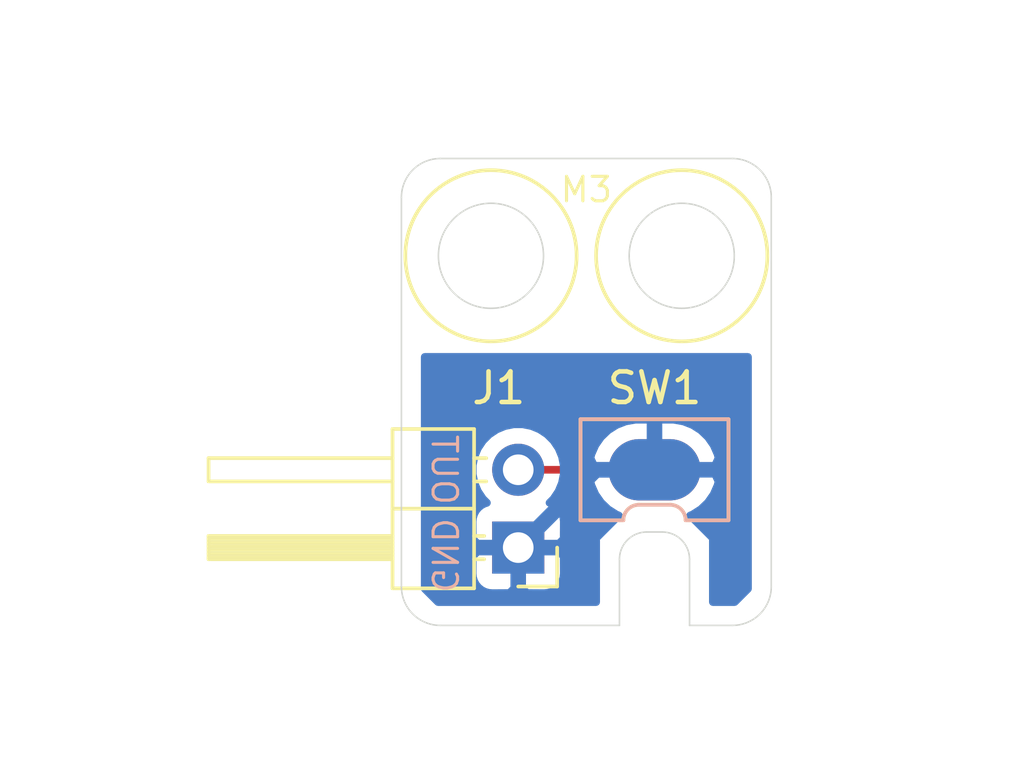
<source format=kicad_pcb>
(kicad_pcb (version 20171130) (host pcbnew "(5.1.9)-1")

  (general
    (thickness 1.6)
    (drawings 26)
    (tracks 3)
    (zones 0)
    (modules 2)
    (nets 3)
  )

  (page A4)
  (layers
    (0 F.Cu signal)
    (31 B.Cu signal)
    (32 B.Adhes user)
    (33 F.Adhes user)
    (34 B.Paste user)
    (35 F.Paste user)
    (36 B.SilkS user)
    (37 F.SilkS user)
    (38 B.Mask user)
    (39 F.Mask user)
    (40 Dwgs.User user)
    (41 Cmts.User user)
    (42 Eco1.User user)
    (43 Eco2.User user)
    (44 Edge.Cuts user)
    (45 Margin user)
    (46 B.CrtYd user)
    (47 F.CrtYd user)
    (48 B.Fab user)
    (49 F.Fab user)
  )

  (setup
    (last_trace_width 0.25)
    (trace_clearance 0.2)
    (zone_clearance 0.508)
    (zone_45_only no)
    (trace_min 0.2)
    (via_size 0.8)
    (via_drill 0.4)
    (via_min_size 0.5)
    (via_min_drill 0.3)
    (uvia_size 0.3)
    (uvia_drill 0.1)
    (uvias_allowed no)
    (uvia_min_size 0.2)
    (uvia_min_drill 0.1)
    (edge_width 0.05)
    (segment_width 0.2)
    (pcb_text_width 0.3)
    (pcb_text_size 1.5 1.5)
    (mod_edge_width 0.12)
    (mod_text_size 1 1)
    (mod_text_width 0.15)
    (pad_size 1.524 1.524)
    (pad_drill 0.762)
    (pad_to_mask_clearance 0)
    (aux_axis_origin 0 0)
    (grid_origin 158.115 97.79)
    (visible_elements 7FFFFFFF)
    (pcbplotparams
      (layerselection 0x010fc_ffffffff)
      (usegerberextensions false)
      (usegerberattributes true)
      (usegerberadvancedattributes true)
      (creategerberjobfile true)
      (excludeedgelayer true)
      (linewidth 0.100000)
      (plotframeref false)
      (viasonmask false)
      (mode 1)
      (useauxorigin false)
      (hpglpennumber 1)
      (hpglpenspeed 20)
      (hpglpendiameter 15.000000)
      (psnegative false)
      (psa4output false)
      (plotreference true)
      (plotvalue true)
      (plotinvisibletext false)
      (padsonsilk false)
      (subtractmaskfromsilk false)
      (outputformat 1)
      (mirror false)
      (drillshape 1)
      (scaleselection 1)
      (outputdirectory ""))
  )

  (net 0 "")
  (net 1 GND)
  (net 2 /OUT)

  (net_class Default "This is the default net class."
    (clearance 0.2)
    (trace_width 0.25)
    (via_dia 0.8)
    (via_drill 0.4)
    (uvia_dia 0.3)
    (uvia_drill 0.1)
    (add_net /OUT)
  )

  (net_class Power ""
    (clearance 0.4)
    (trace_width 0.5)
    (via_dia 1.6)
    (via_drill 0.8)
    (uvia_dia 0.3)
    (uvia_drill 0.1)
    (add_net GND)
  )

  (module Connector_PinHeader_2.54mm:PinHeader_1x02_P2.54mm_Horizontal (layer F.Cu) (tedit 59FED5CB) (tstamp 60011D89)
    (at 153.67 100.33 180)
    (descr "Through hole angled pin header, 1x02, 2.54mm pitch, 6mm pin length, single row")
    (tags "Through hole angled pin header THT 1x02 2.54mm single row")
    (path /6000D561)
    (fp_text reference J1 (at 0.635 5.207) (layer F.SilkS)
      (effects (font (size 1 1) (thickness 0.15)))
    )
    (fp_text value Conn_01x02_Male (at 4.826 -3.937) (layer F.Fab)
      (effects (font (size 1 1) (thickness 0.15)))
    )
    (fp_text user %R (at 2.77 1.27 90) (layer F.Fab)
      (effects (font (size 1 1) (thickness 0.15)))
    )
    (fp_line (start 2.135 -1.27) (end 4.04 -1.27) (layer F.Fab) (width 0.1))
    (fp_line (start 4.04 -1.27) (end 4.04 3.81) (layer F.Fab) (width 0.1))
    (fp_line (start 4.04 3.81) (end 1.5 3.81) (layer F.Fab) (width 0.1))
    (fp_line (start 1.5 3.81) (end 1.5 -0.635) (layer F.Fab) (width 0.1))
    (fp_line (start 1.5 -0.635) (end 2.135 -1.27) (layer F.Fab) (width 0.1))
    (fp_line (start -0.32 -0.32) (end 1.5 -0.32) (layer F.Fab) (width 0.1))
    (fp_line (start -0.32 -0.32) (end -0.32 0.32) (layer F.Fab) (width 0.1))
    (fp_line (start -0.32 0.32) (end 1.5 0.32) (layer F.Fab) (width 0.1))
    (fp_line (start 4.04 -0.32) (end 10.04 -0.32) (layer F.Fab) (width 0.1))
    (fp_line (start 10.04 -0.32) (end 10.04 0.32) (layer F.Fab) (width 0.1))
    (fp_line (start 4.04 0.32) (end 10.04 0.32) (layer F.Fab) (width 0.1))
    (fp_line (start -0.32 2.22) (end 1.5 2.22) (layer F.Fab) (width 0.1))
    (fp_line (start -0.32 2.22) (end -0.32 2.86) (layer F.Fab) (width 0.1))
    (fp_line (start -0.32 2.86) (end 1.5 2.86) (layer F.Fab) (width 0.1))
    (fp_line (start 4.04 2.22) (end 10.04 2.22) (layer F.Fab) (width 0.1))
    (fp_line (start 10.04 2.22) (end 10.04 2.86) (layer F.Fab) (width 0.1))
    (fp_line (start 4.04 2.86) (end 10.04 2.86) (layer F.Fab) (width 0.1))
    (fp_line (start 1.44 -1.33) (end 1.44 3.87) (layer F.SilkS) (width 0.12))
    (fp_line (start 1.44 3.87) (end 4.1 3.87) (layer F.SilkS) (width 0.12))
    (fp_line (start 4.1 3.87) (end 4.1 -1.33) (layer F.SilkS) (width 0.12))
    (fp_line (start 4.1 -1.33) (end 1.44 -1.33) (layer F.SilkS) (width 0.12))
    (fp_line (start 4.1 -0.38) (end 10.1 -0.38) (layer F.SilkS) (width 0.12))
    (fp_line (start 10.1 -0.38) (end 10.1 0.38) (layer F.SilkS) (width 0.12))
    (fp_line (start 10.1 0.38) (end 4.1 0.38) (layer F.SilkS) (width 0.12))
    (fp_line (start 4.1 -0.32) (end 10.1 -0.32) (layer F.SilkS) (width 0.12))
    (fp_line (start 4.1 -0.2) (end 10.1 -0.2) (layer F.SilkS) (width 0.12))
    (fp_line (start 4.1 -0.08) (end 10.1 -0.08) (layer F.SilkS) (width 0.12))
    (fp_line (start 4.1 0.04) (end 10.1 0.04) (layer F.SilkS) (width 0.12))
    (fp_line (start 4.1 0.16) (end 10.1 0.16) (layer F.SilkS) (width 0.12))
    (fp_line (start 4.1 0.28) (end 10.1 0.28) (layer F.SilkS) (width 0.12))
    (fp_line (start 1.11 -0.38) (end 1.44 -0.38) (layer F.SilkS) (width 0.12))
    (fp_line (start 1.11 0.38) (end 1.44 0.38) (layer F.SilkS) (width 0.12))
    (fp_line (start 1.44 1.27) (end 4.1 1.27) (layer F.SilkS) (width 0.12))
    (fp_line (start 4.1 2.16) (end 10.1 2.16) (layer F.SilkS) (width 0.12))
    (fp_line (start 10.1 2.16) (end 10.1 2.92) (layer F.SilkS) (width 0.12))
    (fp_line (start 10.1 2.92) (end 4.1 2.92) (layer F.SilkS) (width 0.12))
    (fp_line (start 1.042929 2.16) (end 1.44 2.16) (layer F.SilkS) (width 0.12))
    (fp_line (start 1.042929 2.92) (end 1.44 2.92) (layer F.SilkS) (width 0.12))
    (fp_line (start -1.27 0) (end -1.27 -1.27) (layer F.SilkS) (width 0.12))
    (fp_line (start -1.27 -1.27) (end 0 -1.27) (layer F.SilkS) (width 0.12))
    (fp_line (start -1.8 -1.8) (end -1.8 4.35) (layer F.CrtYd) (width 0.05))
    (fp_line (start -1.8 4.35) (end 10.55 4.35) (layer F.CrtYd) (width 0.05))
    (fp_line (start 10.55 4.35) (end 10.55 -1.8) (layer F.CrtYd) (width 0.05))
    (fp_line (start 10.55 -1.8) (end -1.8 -1.8) (layer F.CrtYd) (width 0.05))
    (pad 2 thru_hole oval (at 0 2.54 180) (size 1.7 1.7) (drill 1) (layers *.Cu *.Mask)
      (net 2 /OUT))
    (pad 1 thru_hole rect (at 0 0 180) (size 1.7 1.7) (drill 1) (layers *.Cu *.Mask)
      (net 1 GND))
    (model ${KISYS3DMOD}/Connector_PinHeader_2.54mm.3dshapes/PinHeader_1x02_P2.54mm_Horizontal.wrl
      (at (xyz 0 0 0))
      (scale (xyz 1 1 1))
      (rotate (xyz 0 0 0))
    )
  )

  (module reed_fix:Reed_SW_Vertical (layer F.Cu) (tedit 6002AF03) (tstamp 60011C9F)
    (at 158.115 97.79)
    (path /6000C32B)
    (fp_text reference SW1 (at 0 -2.667 180) (layer F.SilkS)
      (effects (font (size 1 1) (thickness 0.15)))
    )
    (fp_text value SW_Reed (at 4.826 0.762 90) (layer F.Fab)
      (effects (font (size 1 1) (thickness 0.15)))
    )
    (fp_arc (start 0.508 1.651) (end 1.016 1.651) (angle -90) (layer B.SilkS) (width 0.12))
    (fp_arc (start -0.508 1.651) (end -0.508 1.143) (angle -90) (layer B.SilkS) (width 0.12))
    (fp_arc (start 0.508 1.651) (end 1.016 1.651) (angle -90) (layer F.SilkS) (width 0.12))
    (fp_arc (start -0.508 1.651) (end -0.508 1.143) (angle -90) (layer F.SilkS) (width 0.12))
    (fp_line (start -0.508 1.143) (end 0.508 1.143) (layer F.SilkS) (width 0.12))
    (fp_line (start 2.413 1.651) (end 1.016 1.651) (layer B.SilkS) (width 0.12))
    (fp_line (start 1.016 1.651) (end 2.413 1.651) (layer F.SilkS) (width 0.12))
    (fp_line (start 2.413 -1.651) (end -2.413 -1.651) (layer B.SilkS) (width 0.12))
    (fp_line (start 2.413 1.651) (end 2.413 -1.651) (layer B.SilkS) (width 0.12))
    (fp_line (start -2.413 1.651) (end -1.016 1.651) (layer B.SilkS) (width 0.12))
    (fp_line (start -2.413 -1.651) (end -2.413 1.651) (layer B.SilkS) (width 0.12))
    (fp_line (start 2.413 -1.651) (end -2.413 -1.651) (layer F.SilkS) (width 0.12))
    (fp_line (start 2.413 1.651) (end 2.413 -1.651) (layer F.SilkS) (width 0.12))
    (fp_line (start -2.413 1.651) (end -1.016 1.651) (layer F.SilkS) (width 0.12))
    (fp_line (start -2.413 -1.651) (end -2.413 1.651) (layer F.SilkS) (width 0.12))
    (fp_line (start 2.54 -1.905) (end -2.54 -1.905) (layer B.CrtYd) (width 0.12))
    (fp_line (start 2.54 1.905) (end 2.54 -1.905) (layer B.CrtYd) (width 0.12))
    (fp_line (start -2.54 1.905) (end 2.54 1.905) (layer B.CrtYd) (width 0.12))
    (fp_line (start -2.54 -1.905) (end -2.54 1.905) (layer B.CrtYd) (width 0.12))
    (fp_line (start 2.54 -1.905) (end -2.54 -1.905) (layer F.CrtYd) (width 0.12))
    (fp_line (start 2.54 1.905) (end 2.54 -1.905) (layer F.CrtYd) (width 0.12))
    (fp_line (start -2.54 1.905) (end 2.54 1.905) (layer F.CrtYd) (width 0.12))
    (fp_line (start -2.54 -1.905) (end -2.54 1.905) (layer F.CrtYd) (width 0.12))
    (fp_line (start -0.508 1.143) (end 0.508 1.143) (layer B.SilkS) (width 0.12))
    (pad 2 connect oval (at 0 0 270) (size 2 3) (layers B.Cu B.Mask)
      (net 1 GND) (die_length 1))
    (pad 1 connect oval (at 0 0) (size 3 2) (layers F.Cu F.Mask)
      (net 2 /OUT))
    (model C:/Users/ebastien/Documents/GitHub/echess-ports/3dmodels/Reed_SW_Vertical.wrl
      (at (xyz 0 0 0))
      (scale (xyz 1 1 1))
      (rotate (xyz 0 0 0))
    )
  )

  (dimension 6.223 (width 0.15) (layer Dwgs.User)
    (gr_text "6.223 mm" (at 155.8925 85.822) (layer Dwgs.User)
      (effects (font (size 1 1) (thickness 0.15)))
    )
    (feature1 (pts (xy 159.004 90.805) (xy 159.004 86.535579)))
    (feature2 (pts (xy 152.781 90.805) (xy 152.781 86.535579)))
    (crossbar (pts (xy 152.781 87.122) (xy 159.004 87.122)))
    (arrow1a (pts (xy 159.004 87.122) (xy 157.877496 87.708421)))
    (arrow1b (pts (xy 159.004 87.122) (xy 157.877496 86.535579)))
    (arrow2a (pts (xy 152.781 87.122) (xy 153.907504 87.708421)))
    (arrow2b (pts (xy 152.781 87.122) (xy 153.907504 86.535579)))
  )
  (gr_text M3 (at 155.8925 88.646) (layer F.SilkS)
    (effects (font (size 0.8 0.8) (thickness 0.1)))
  )
  (gr_circle (center 152.781 90.805) (end 154.4955 90.805) (layer Edge.Cuts) (width 0.05) (tstamp 60030C50))
  (gr_circle (center 152.781 90.805) (end 155.575 90.805) (layer F.SilkS) (width 0.12) (tstamp 600285D2))
  (gr_circle (center 159.004 90.805) (end 161.798 90.805) (layer F.SilkS) (width 0.12))
  (gr_text OUT (at 151.257 97.79 270) (layer B.SilkS)
    (effects (font (size 0.8 0.8) (thickness 0.1)) (justify mirror))
  )
  (gr_text GND (at 151.257 100.584 270) (layer B.SilkS)
    (effects (font (size 0.8 0.8) (thickness 0.1)) (justify mirror))
  )
  (dimension 12.065 (width 0.15) (layer Dwgs.User)
    (gr_text "12.065 mm" (at 155.8925 83.155) (layer Dwgs.User)
      (effects (font (size 1 1) (thickness 0.15)))
    )
    (feature1 (pts (xy 161.925 86.36) (xy 161.925 83.868579)))
    (feature2 (pts (xy 149.86 86.36) (xy 149.86 83.868579)))
    (crossbar (pts (xy 149.86 84.455) (xy 161.925 84.455)))
    (arrow1a (pts (xy 161.925 84.455) (xy 160.798496 85.041421)))
    (arrow1b (pts (xy 161.925 84.455) (xy 160.798496 83.868579)))
    (arrow2a (pts (xy 149.86 84.455) (xy 150.986504 85.041421)))
    (arrow2b (pts (xy 149.86 84.455) (xy 150.986504 83.868579)))
  )
  (dimension 15.24 (width 0.15) (layer Dwgs.User)
    (gr_text "15.240 mm" (at 140.432 95.25 270) (layer Dwgs.User)
      (effects (font (size 1 1) (thickness 0.15)))
    )
    (feature1 (pts (xy 149.479 102.87) (xy 141.145579 102.87)))
    (feature2 (pts (xy 149.479 87.63) (xy 141.145579 87.63)))
    (crossbar (pts (xy 141.732 87.63) (xy 141.732 102.87)))
    (arrow1a (pts (xy 141.732 102.87) (xy 141.145579 101.743496)))
    (arrow1b (pts (xy 141.732 102.87) (xy 142.318421 101.743496)))
    (arrow2a (pts (xy 141.732 87.63) (xy 141.145579 88.756504)))
    (arrow2b (pts (xy 141.732 87.63) (xy 142.318421 88.756504)))
  )
  (dimension 3.429 (width 0.15) (layer Dwgs.User)
    (gr_text "3.429 mm" (at 168.813 90.805 270) (layer Dwgs.User)
      (effects (font (size 1 1) (thickness 0.15)))
    )
    (feature1 (pts (xy 163.068 92.5195) (xy 168.099421 92.5195)))
    (feature2 (pts (xy 163.068 89.0905) (xy 168.099421 89.0905)))
    (crossbar (pts (xy 167.513 89.0905) (xy 167.513 92.5195)))
    (arrow1a (pts (xy 167.513 92.5195) (xy 166.926579 91.392996)))
    (arrow1b (pts (xy 167.513 92.5195) (xy 168.099421 91.392996)))
    (arrow2a (pts (xy 167.513 89.0905) (xy 166.926579 90.217004)))
    (arrow2b (pts (xy 167.513 89.0905) (xy 168.099421 90.217004)))
  )
  (dimension 2.286 (width 0.1) (layer Dwgs.User) (tstamp 60012AF0)
    (gr_text "2.286 mm" (at 158.115 107.253) (layer Dwgs.User) (tstamp 60012AF0)
      (effects (font (size 0.5 0.5) (thickness 0.1)))
    )
    (feature1 (pts (xy 159.258 103.378) (xy 159.258 107.139421)))
    (feature2 (pts (xy 156.972 103.378) (xy 156.972 107.139421)))
    (crossbar (pts (xy 156.972 106.553) (xy 159.258 106.553)))
    (arrow1a (pts (xy 159.258 106.553) (xy 158.131496 107.139421)))
    (arrow1b (pts (xy 159.258 106.553) (xy 158.131496 105.966579)))
    (arrow2a (pts (xy 156.972 106.553) (xy 158.098504 107.139421)))
    (arrow2b (pts (xy 156.972 106.553) (xy 158.098504 105.966579)))
  )
  (gr_arc (start 151.13 101.6) (end 149.86 101.6) (angle -90) (layer Edge.Cuts) (width 0.05))
  (gr_arc (start 160.655 101.6) (end 160.655 102.87) (angle -90) (layer Edge.Cuts) (width 0.05))
  (gr_arc (start 160.655 88.9) (end 161.925 88.9) (angle -90) (layer Edge.Cuts) (width 0.05))
  (gr_arc (start 151.13 88.9) (end 151.13 87.63) (angle -90) (layer Edge.Cuts) (width 0.05))
  (gr_arc (start 158.369 100.711) (end 159.258 100.711) (angle -90) (layer Edge.Cuts) (width 0.05))
  (gr_arc (start 157.861 100.711) (end 157.861 99.822) (angle -90) (layer Edge.Cuts) (width 0.05))
  (gr_circle (center 159.004 90.805) (end 160.7185 90.805) (layer Edge.Cuts) (width 0.05))
  (gr_line (start 151.13 102.87) (end 156.972 102.87) (layer Edge.Cuts) (width 0.05) (tstamp 60011F05))
  (gr_line (start 149.86 88.9) (end 149.86 101.6) (layer Edge.Cuts) (width 0.05))
  (gr_line (start 160.655 87.63) (end 151.13 87.63) (layer Edge.Cuts) (width 0.05))
  (gr_line (start 161.925 101.6) (end 161.925 88.9) (layer Edge.Cuts) (width 0.05) (tstamp 60011F17))
  (gr_line (start 159.258 102.87) (end 160.655 102.87) (layer Edge.Cuts) (width 0.05) (tstamp 6002215E))
  (gr_line (start 157.861 99.822) (end 158.369 99.822) (layer Edge.Cuts) (width 0.05) (tstamp 60011EFC))
  (gr_line (start 159.258 100.711) (end 159.258 102.87) (layer Edge.Cuts) (width 0.05))
  (gr_line (start 156.972 100.711) (end 156.972 102.87) (layer Edge.Cuts) (width 0.05))

  (segment (start 156.21 97.79) (end 153.67 100.33) (width 0.5) (layer B.Cu) (net 1))
  (segment (start 158.115 97.79) (end 156.21 97.79) (width 0.5) (layer B.Cu) (net 1))
  (segment (start 158.115 97.79) (end 153.67 97.79) (width 0.25) (layer F.Cu) (net 2))

  (zone (net 1) (net_name GND) (layer B.Cu) (tstamp 60030BC9) (hatch edge 0.508)
    (connect_pads (clearance 0.508))
    (min_thickness 0.254)
    (fill yes (arc_segments 32) (thermal_gap 0.508) (thermal_bridge_width 0.508))
    (polygon
      (pts
        (xy 161.29 101.727) (xy 160.782 102.235) (xy 159.893 102.235) (xy 159.893 100.076) (xy 159.004 99.187)
        (xy 157.226 99.187) (xy 156.337 100.076) (xy 156.337 102.235) (xy 151.003 102.235) (xy 150.495 101.727)
        (xy 150.495 93.98) (xy 161.29 93.98)
      )
    )
    (filled_polygon
      (pts
        (xy 161.163 101.674394) (xy 160.729394 102.108) (xy 160.02 102.108) (xy 160.02 100.076) (xy 160.01756 100.051224)
        (xy 160.010333 100.027399) (xy 159.998597 100.005443) (xy 159.982803 99.986197) (xy 159.279275 99.282669) (xy 159.35802 99.251942)
        (xy 159.628954 99.078895) (xy 159.860922 98.856317) (xy 160.04501 98.592761) (xy 160.174144 98.298355) (xy 160.205124 98.170434)
        (xy 160.085777 97.917) (xy 158.242 97.917) (xy 158.242 97.937) (xy 157.988 97.937) (xy 157.988 97.917)
        (xy 156.144223 97.917) (xy 156.024876 98.170434) (xy 156.055856 98.298355) (xy 156.18499 98.592761) (xy 156.369078 98.856317)
        (xy 156.601046 99.078895) (xy 156.87198 99.251942) (xy 156.950725 99.282669) (xy 156.247197 99.986197) (xy 156.231403 100.005443)
        (xy 156.219667 100.027399) (xy 156.21244 100.051224) (xy 156.21 100.076) (xy 156.21 102.108) (xy 151.055606 102.108)
        (xy 150.622 101.674394) (xy 150.622 101.18) (xy 152.181928 101.18) (xy 152.194188 101.304482) (xy 152.230498 101.42418)
        (xy 152.289463 101.534494) (xy 152.368815 101.631185) (xy 152.465506 101.710537) (xy 152.57582 101.769502) (xy 152.695518 101.805812)
        (xy 152.82 101.818072) (xy 153.38425 101.815) (xy 153.543 101.65625) (xy 153.543 100.457) (xy 153.797 100.457)
        (xy 153.797 101.65625) (xy 153.95575 101.815) (xy 154.52 101.818072) (xy 154.644482 101.805812) (xy 154.76418 101.769502)
        (xy 154.874494 101.710537) (xy 154.971185 101.631185) (xy 155.050537 101.534494) (xy 155.109502 101.42418) (xy 155.145812 101.304482)
        (xy 155.158072 101.18) (xy 155.155 100.61575) (xy 154.99625 100.457) (xy 153.797 100.457) (xy 153.543 100.457)
        (xy 152.34375 100.457) (xy 152.185 100.61575) (xy 152.181928 101.18) (xy 150.622 101.18) (xy 150.622 99.48)
        (xy 152.181928 99.48) (xy 152.185 100.04425) (xy 152.34375 100.203) (xy 153.543 100.203) (xy 153.543 100.183)
        (xy 153.797 100.183) (xy 153.797 100.203) (xy 154.99625 100.203) (xy 155.155 100.04425) (xy 155.158072 99.48)
        (xy 155.145812 99.355518) (xy 155.109502 99.23582) (xy 155.050537 99.125506) (xy 154.971185 99.028815) (xy 154.874494 98.949463)
        (xy 154.76418 98.890498) (xy 154.69162 98.868487) (xy 154.823475 98.736632) (xy 154.98599 98.493411) (xy 155.097932 98.223158)
        (xy 155.155 97.93626) (xy 155.155 97.64374) (xy 155.10842 97.409566) (xy 156.024876 97.409566) (xy 156.144223 97.663)
        (xy 157.988 97.663) (xy 157.988 96.155) (xy 158.242 96.155) (xy 158.242 97.663) (xy 160.085777 97.663)
        (xy 160.205124 97.409566) (xy 160.174144 97.281645) (xy 160.04501 96.987239) (xy 159.860922 96.723683) (xy 159.628954 96.501105)
        (xy 159.35802 96.328058) (xy 159.058532 96.211193) (xy 158.742 96.155) (xy 158.242 96.155) (xy 157.988 96.155)
        (xy 157.488 96.155) (xy 157.171468 96.211193) (xy 156.87198 96.328058) (xy 156.601046 96.501105) (xy 156.369078 96.723683)
        (xy 156.18499 96.987239) (xy 156.055856 97.281645) (xy 156.024876 97.409566) (xy 155.10842 97.409566) (xy 155.097932 97.356842)
        (xy 154.98599 97.086589) (xy 154.823475 96.843368) (xy 154.616632 96.636525) (xy 154.373411 96.47401) (xy 154.103158 96.362068)
        (xy 153.81626 96.305) (xy 153.52374 96.305) (xy 153.236842 96.362068) (xy 152.966589 96.47401) (xy 152.723368 96.636525)
        (xy 152.516525 96.843368) (xy 152.35401 97.086589) (xy 152.242068 97.356842) (xy 152.185 97.64374) (xy 152.185 97.93626)
        (xy 152.242068 98.223158) (xy 152.35401 98.493411) (xy 152.516525 98.736632) (xy 152.64838 98.868487) (xy 152.57582 98.890498)
        (xy 152.465506 98.949463) (xy 152.368815 99.028815) (xy 152.289463 99.125506) (xy 152.230498 99.23582) (xy 152.194188 99.355518)
        (xy 152.181928 99.48) (xy 150.622 99.48) (xy 150.622 94.107) (xy 161.163 94.107)
      )
    )
  )
)

</source>
